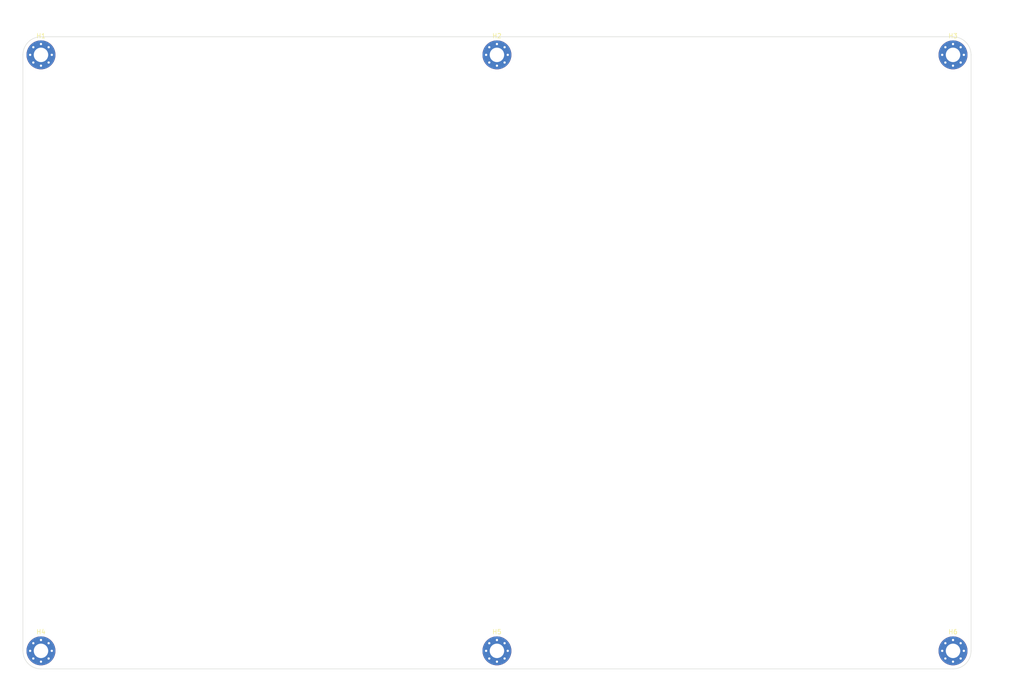
<source format=kicad_pcb>
(kicad_pcb (version 20220609) (generator pcbnew)
  (layers (0 "F.Cu" signal) (31 "B.Cu" signal) (34 "B.Paste" user) (35 "F.Paste" user) (36 "B.SilkS" user "B.Silkscreen") (37 "F.SilkS" user "F.Silkscreen") (38 "B.Mask" user) (39 "F.Mask" user) (44 "Edge.Cuts" user))
  (net 0 "")
  (net 1 "GND")
  (footprint "MountingHole:MountingHole_3.2mm_M3_Pad_Via" (layer "F.Cu") (at 226 156)
    (fp_text reference "H6" (at 0 -4.2) (layer "F.SilkS"))
    (fp_text value "MountingHole_Pad")
    (pad "1" thru_hole circle (at -2.4 0) (size 0.8 0.8) (drill 0.5) (layers *.Cu *.Mask) (net 1 "GND"))
    (pad "1" thru_hole circle (at -1.697056 -1.697056) (size 0.8 0.8) (drill 0.5) (layers *.Cu *.Mask) (net 1 "GND"))
    (pad "1" thru_hole circle (at -1.697056 1.697056) (size 0.8 0.8) (drill 0.5) (layers *.Cu *.Mask) (net 1 "GND"))
    (pad "1" thru_hole circle (at 0 -2.4) (size 0.8 0.8) (drill 0.5) (layers *.Cu *.Mask) (net 1 "GND"))
    (pad "1" thru_hole circle (at 0 0) (size 6.4 6.4) (drill 3.2) (layers *.Cu *.Mask) (net 1 "GND"))
    (pad "1" thru_hole circle (at 0 2.4) (size 0.8 0.8) (drill 0.5) (layers *.Cu *.Mask) (net 1 "GND"))
    (pad "1" thru_hole circle (at 1.697056 -1.697056) (size 0.8 0.8) (drill 0.5) (layers *.Cu *.Mask) (net 1 "GND"))
    (pad "1" thru_hole circle (at 1.697056 1.697056) (size 0.8 0.8) (drill 0.5) (layers *.Cu *.Mask) (net 1 "GND"))
    (pad "1" thru_hole circle (at 2.4 0) (size 0.8 0.8) (drill 0.5) (layers *.Cu *.Mask) (net 1 "GND"))
  )
  (footprint "MountingHole:MountingHole_3.2mm_M3_Pad_Via" (layer "F.Cu") (at 226 24)
    (fp_text reference "H3" (at 0 -4.2) (layer "F.SilkS"))
    (fp_text value "MountingHole_Pad")
    (pad "1" thru_hole circle (at -2.4 0) (size 0.8 0.8) (drill 0.5) (layers *.Cu *.Mask) (net 1 "GND"))
    (pad "1" thru_hole circle (at -1.697056 -1.697056) (size 0.8 0.8) (drill 0.5) (layers *.Cu *.Mask) (net 1 "GND"))
    (pad "1" thru_hole circle (at -1.697056 1.697056) (size 0.8 0.8) (drill 0.5) (layers *.Cu *.Mask) (net 1 "GND"))
    (pad "1" thru_hole circle (at 0 -2.4) (size 0.8 0.8) (drill 0.5) (layers *.Cu *.Mask) (net 1 "GND"))
    (pad "1" thru_hole circle (at 0 0) (size 6.4 6.4) (drill 3.2) (layers *.Cu *.Mask) (net 1 "GND"))
    (pad "1" thru_hole circle (at 0 2.4) (size 0.8 0.8) (drill 0.5) (layers *.Cu *.Mask) (net 1 "GND"))
    (pad "1" thru_hole circle (at 1.697056 -1.697056) (size 0.8 0.8) (drill 0.5) (layers *.Cu *.Mask) (net 1 "GND"))
    (pad "1" thru_hole circle (at 1.697056 1.697056) (size 0.8 0.8) (drill 0.5) (layers *.Cu *.Mask) (net 1 "GND"))
    (pad "1" thru_hole circle (at 2.4 0) (size 0.8 0.8) (drill 0.5) (layers *.Cu *.Mask) (net 1 "GND"))
  )
  (footprint "MountingHole:MountingHole_3.2mm_M3_Pad_Via" (layer "F.Cu") (at 24 24)
    (fp_text reference "H1" (at 0 -4.2) (layer "F.SilkS"))
    (fp_text value "MountingHole_Pad")
    (pad "1" thru_hole circle (at -2.4 0) (size 0.8 0.8) (drill 0.5) (layers *.Cu *.Mask) (net 1 "GND"))
    (pad "1" thru_hole circle (at -1.697056 -1.697056) (size 0.8 0.8) (drill 0.5) (layers *.Cu *.Mask) (net 1 "GND"))
    (pad "1" thru_hole circle (at -1.697056 1.697056) (size 0.8 0.8) (drill 0.5) (layers *.Cu *.Mask) (net 1 "GND"))
    (pad "1" thru_hole circle (at 0 -2.4) (size 0.8 0.8) (drill 0.5) (layers *.Cu *.Mask) (net 1 "GND"))
    (pad "1" thru_hole circle (at 0 0) (size 6.4 6.4) (drill 3.2) (layers *.Cu *.Mask) (net 1 "GND"))
    (pad "1" thru_hole circle (at 0 2.4) (size 0.8 0.8) (drill 0.5) (layers *.Cu *.Mask) (net 1 "GND"))
    (pad "1" thru_hole circle (at 1.697056 -1.697056) (size 0.8 0.8) (drill 0.5) (layers *.Cu *.Mask) (net 1 "GND"))
    (pad "1" thru_hole circle (at 1.697056 1.697056) (size 0.8 0.8) (drill 0.5) (layers *.Cu *.Mask) (net 1 "GND"))
    (pad "1" thru_hole circle (at 2.4 0) (size 0.8 0.8) (drill 0.5) (layers *.Cu *.Mask) (net 1 "GND"))
  )
  (footprint "MountingHole:MountingHole_3.2mm_M3_Pad_Via" (layer "F.Cu") (at 124.986331 156)
    (fp_text reference "H5" (at 0 -4.2) (layer "F.SilkS"))
    (fp_text value "MountingHole_Pad")
    (pad "1" thru_hole circle (at -2.4 0) (size 0.8 0.8) (drill 0.5) (layers *.Cu *.Mask) (net 1 "GND"))
    (pad "1" thru_hole circle (at -1.697056 -1.697056) (size 0.8 0.8) (drill 0.5) (layers *.Cu *.Mask) (net 1 "GND"))
    (pad "1" thru_hole circle (at -1.697056 1.697056) (size 0.8 0.8) (drill 0.5) (layers *.Cu *.Mask) (net 1 "GND"))
    (pad "1" thru_hole circle (at 0 -2.4) (size 0.8 0.8) (drill 0.5) (layers *.Cu *.Mask) (net 1 "GND"))
    (pad "1" thru_hole circle (at 0 0) (size 6.4 6.4) (drill 3.2) (layers *.Cu *.Mask) (net 1 "GND"))
    (pad "1" thru_hole circle (at 0 2.4) (size 0.8 0.8) (drill 0.5) (layers *.Cu *.Mask) (net 1 "GND"))
    (pad "1" thru_hole circle (at 1.697056 -1.697056) (size 0.8 0.8) (drill 0.5) (layers *.Cu *.Mask) (net 1 "GND"))
    (pad "1" thru_hole circle (at 1.697056 1.697056) (size 0.8 0.8) (drill 0.5) (layers *.Cu *.Mask) (net 1 "GND"))
    (pad "1" thru_hole circle (at 2.4 0) (size 0.8 0.8) (drill 0.5) (layers *.Cu *.Mask) (net 1 "GND"))
  )
  (footprint "MountingHole:MountingHole_3.2mm_M3_Pad_Via" (layer "F.Cu") (at 124.986827 24)
    (fp_text reference "H2" (at 0 -4.2) (layer "F.SilkS"))
    (fp_text value "MountingHole_Pad")
    (pad "1" thru_hole circle (at -2.4 0) (size 0.8 0.8) (drill 0.5) (layers *.Cu *.Mask) (net 1 "GND"))
    (pad "1" thru_hole circle (at -1.697056 -1.697056) (size 0.8 0.8) (drill 0.5) (layers *.Cu *.Mask) (net 1 "GND"))
    (pad "1" thru_hole circle (at -1.697056 1.697056) (size 0.8 0.8) (drill 0.5) (layers *.Cu *.Mask) (net 1 "GND"))
    (pad "1" thru_hole circle (at 0 -2.4) (size 0.8 0.8) (drill 0.5) (layers *.Cu *.Mask) (net 1 "GND"))
    (pad "1" thru_hole circle (at 0 0) (size 6.4 6.4) (drill 3.2) (layers *.Cu *.Mask) (net 1 "GND"))
    (pad "1" thru_hole circle (at 0 2.4) (size 0.8 0.8) (drill 0.5) (layers *.Cu *.Mask) (net 1 "GND"))
    (pad "1" thru_hole circle (at 1.697056 -1.697056) (size 0.8 0.8) (drill 0.5) (layers *.Cu *.Mask) (net 1 "GND"))
    (pad "1" thru_hole circle (at 1.697056 1.697056) (size 0.8 0.8) (drill 0.5) (layers *.Cu *.Mask) (net 1 "GND"))
    (pad "1" thru_hole circle (at 2.4 0) (size 0.8 0.8) (drill 0.5) (layers *.Cu *.Mask) (net 1 "GND"))
  )
  (footprint "MountingHole:MountingHole_3.2mm_M3_Pad_Via" (layer "F.Cu") (at 24 156)
    (fp_text reference "H4" (at 0 -4.2) (layer "F.SilkS"))
    (fp_text value "MountingHole_Pad")
    (pad "1" thru_hole circle (at -2.4 0) (size 0.8 0.8) (drill 0.5) (layers *.Cu *.Mask) (net 1 "GND"))
    (pad "1" thru_hole circle (at -1.697056 -1.697056) (size 0.8 0.8) (drill 0.5) (layers *.Cu *.Mask) (net 1 "GND"))
    (pad "1" thru_hole circle (at -1.697056 1.697056) (size 0.8 0.8) (drill 0.5) (layers *.Cu *.Mask) (net 1 "GND"))
    (pad "1" thru_hole circle (at 0 -2.4) (size 0.8 0.8) (drill 0.5) (layers *.Cu *.Mask) (net 1 "GND"))
    (pad "1" thru_hole circle (at 0 0) (size 6.4 6.4) (drill 3.2) (layers *.Cu *.Mask) (net 1 "GND"))
    (pad "1" thru_hole circle (at 0 2.4) (size 0.8 0.8) (drill 0.5) (layers *.Cu *.Mask) (net 1 "GND"))
    (pad "1" thru_hole circle (at 1.697056 -1.697056) (size 0.8 0.8) (drill 0.5) (layers *.Cu *.Mask) (net 1 "GND"))
    (pad "1" thru_hole circle (at 1.697056 1.697056) (size 0.8 0.8) (drill 0.5) (layers *.Cu *.Mask) (net 1 "GND"))
    (pad "1" thru_hole circle (at 2.4 0) (size 0.8 0.8) (drill 0.5) (layers *.Cu *.Mask) (net 1 "GND"))
  )
  (gr_arc (start 20 24) (mid 21.171572 21.171572) (end 24 20) (stroke (width 0.1)) (layer "Edge.Cuts"))
  (gr_arc (start 24 160) (mid 21.171572 158.828428) (end 20 156) (stroke (width 0.1)) (layer "Edge.Cuts"))
  (gr_line (start 24 20) (end 226 20) (stroke (width 0.1)) (layer "Edge.Cuts"))
  (gr_line (start 226 160) (end 24 160) (stroke (width 0.1)) (layer "Edge.Cuts"))
  (gr_line (start 230 24) (end 230 156) (stroke (width 0.1)) (layer "Edge.Cuts"))
  (gr_arc (start 230 156) (mid 228.828428 158.828428) (end 226 160) (stroke (width 0.1)) (layer "Edge.Cuts"))
  (gr_line (start 20 156) (end 20 24) (stroke (width 0.1)) (layer "Edge.Cuts"))
  (gr_arc (start 226 20) (mid 228.828428 21.171572) (end 230 24) (stroke (width 0.1)) (layer "Edge.Cuts"))
)
</source>
